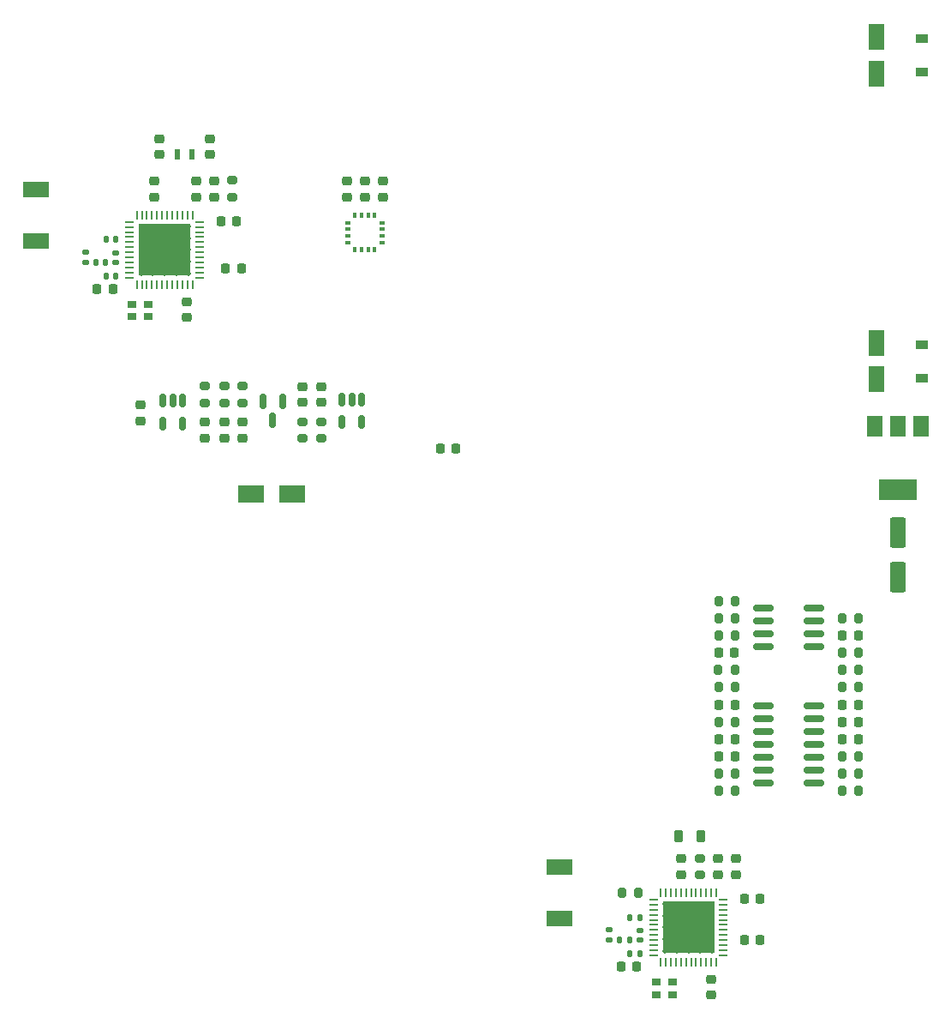
<source format=gbr>
%TF.GenerationSoftware,KiCad,Pcbnew,(6.0.1)*%
%TF.CreationDate,2022-03-12T16:38:08+00:00*%
%TF.ProjectId,Ball_Solder_Stencil,42616c6c-5f53-46f6-9c64-65725f537465,rev?*%
%TF.SameCoordinates,Original*%
%TF.FileFunction,Copper,L1,Top*%
%TF.FilePolarity,Positive*%
%FSLAX46Y46*%
G04 Gerber Fmt 4.6, Leading zero omitted, Abs format (unit mm)*
G04 Created by KiCad (PCBNEW (6.0.1)) date 2022-03-12 16:38:08*
%MOMM*%
%LPD*%
G01*
G04 APERTURE LIST*
G04 Aperture macros list*
%AMRoundRect*
0 Rectangle with rounded corners*
0 $1 Rounding radius*
0 $2 $3 $4 $5 $6 $7 $8 $9 X,Y pos of 4 corners*
0 Add a 4 corners polygon primitive as box body*
4,1,4,$2,$3,$4,$5,$6,$7,$8,$9,$2,$3,0*
0 Add four circle primitives for the rounded corners*
1,1,$1+$1,$2,$3*
1,1,$1+$1,$4,$5*
1,1,$1+$1,$6,$7*
1,1,$1+$1,$8,$9*
0 Add four rect primitives between the rounded corners*
20,1,$1+$1,$2,$3,$4,$5,0*
20,1,$1+$1,$4,$5,$6,$7,0*
20,1,$1+$1,$6,$7,$8,$9,0*
20,1,$1+$1,$8,$9,$2,$3,0*%
G04 Aperture macros list end*
%TA.AperFunction,SMDPad,CuDef*%
%ADD10R,2.600000X1.500000*%
%TD*%
%TA.AperFunction,SMDPad,CuDef*%
%ADD11RoundRect,0.250000X0.550000X-1.050000X0.550000X1.050000X-0.550000X1.050000X-0.550000X-1.050000X0*%
%TD*%
%TA.AperFunction,SMDPad,CuDef*%
%ADD12R,1.200000X0.900000*%
%TD*%
%TA.AperFunction,SMDPad,CuDef*%
%ADD13RoundRect,0.062500X-0.062500X0.375000X-0.062500X-0.375000X0.062500X-0.375000X0.062500X0.375000X0*%
%TD*%
%TA.AperFunction,SMDPad,CuDef*%
%ADD14RoundRect,0.062500X-0.375000X0.062500X-0.375000X-0.062500X0.375000X-0.062500X0.375000X0.062500X0*%
%TD*%
%TA.AperFunction,ComponentPad*%
%ADD15C,0.500000*%
%TD*%
%TA.AperFunction,SMDPad,CuDef*%
%ADD16R,5.150000X5.150000*%
%TD*%
%TA.AperFunction,SMDPad,CuDef*%
%ADD17RoundRect,0.225000X0.250000X-0.225000X0.250000X0.225000X-0.250000X0.225000X-0.250000X-0.225000X0*%
%TD*%
%TA.AperFunction,SMDPad,CuDef*%
%ADD18RoundRect,0.200000X0.275000X-0.200000X0.275000X0.200000X-0.275000X0.200000X-0.275000X-0.200000X0*%
%TD*%
%TA.AperFunction,SMDPad,CuDef*%
%ADD19RoundRect,0.225000X-0.225000X-0.250000X0.225000X-0.250000X0.225000X0.250000X-0.225000X0.250000X0*%
%TD*%
%TA.AperFunction,SMDPad,CuDef*%
%ADD20R,0.900000X0.800000*%
%TD*%
%TA.AperFunction,SMDPad,CuDef*%
%ADD21RoundRect,0.225000X-0.250000X0.225000X-0.250000X-0.225000X0.250000X-0.225000X0.250000X0.225000X0*%
%TD*%
%TA.AperFunction,SMDPad,CuDef*%
%ADD22RoundRect,0.140000X0.170000X-0.140000X0.170000X0.140000X-0.170000X0.140000X-0.170000X-0.140000X0*%
%TD*%
%TA.AperFunction,SMDPad,CuDef*%
%ADD23RoundRect,0.218750X-0.218750X-0.256250X0.218750X-0.256250X0.218750X0.256250X-0.218750X0.256250X0*%
%TD*%
%TA.AperFunction,SMDPad,CuDef*%
%ADD24RoundRect,0.150000X-0.150000X0.512500X-0.150000X-0.512500X0.150000X-0.512500X0.150000X0.512500X0*%
%TD*%
%TA.AperFunction,SMDPad,CuDef*%
%ADD25RoundRect,0.225000X0.225000X0.250000X-0.225000X0.250000X-0.225000X-0.250000X0.225000X-0.250000X0*%
%TD*%
%TA.AperFunction,SMDPad,CuDef*%
%ADD26RoundRect,0.200000X-0.275000X0.200000X-0.275000X-0.200000X0.275000X-0.200000X0.275000X0.200000X0*%
%TD*%
%TA.AperFunction,SMDPad,CuDef*%
%ADD27R,2.500000X1.800000*%
%TD*%
%TA.AperFunction,SMDPad,CuDef*%
%ADD28RoundRect,0.100000X-0.175000X-0.100000X0.175000X-0.100000X0.175000X0.100000X-0.175000X0.100000X0*%
%TD*%
%TA.AperFunction,SMDPad,CuDef*%
%ADD29RoundRect,0.100000X-0.100000X-0.175000X0.100000X-0.175000X0.100000X0.175000X-0.100000X0.175000X0*%
%TD*%
%TA.AperFunction,SMDPad,CuDef*%
%ADD30RoundRect,0.140000X0.140000X0.170000X-0.140000X0.170000X-0.140000X-0.170000X0.140000X-0.170000X0*%
%TD*%
%TA.AperFunction,SMDPad,CuDef*%
%ADD31RoundRect,0.150000X-0.150000X0.587500X-0.150000X-0.587500X0.150000X-0.587500X0.150000X0.587500X0*%
%TD*%
%TA.AperFunction,SMDPad,CuDef*%
%ADD32RoundRect,0.147500X0.147500X0.172500X-0.147500X0.172500X-0.147500X-0.172500X0.147500X-0.172500X0*%
%TD*%
%TA.AperFunction,SMDPad,CuDef*%
%ADD33R,0.600000X1.100000*%
%TD*%
%TA.AperFunction,SMDPad,CuDef*%
%ADD34RoundRect,0.200000X0.200000X0.275000X-0.200000X0.275000X-0.200000X-0.275000X0.200000X-0.275000X0*%
%TD*%
%TA.AperFunction,SMDPad,CuDef*%
%ADD35RoundRect,0.200000X-0.200000X-0.275000X0.200000X-0.275000X0.200000X0.275000X-0.200000X0.275000X0*%
%TD*%
%TA.AperFunction,SMDPad,CuDef*%
%ADD36RoundRect,0.250000X-0.550000X1.250000X-0.550000X-1.250000X0.550000X-1.250000X0.550000X1.250000X0*%
%TD*%
%TA.AperFunction,SMDPad,CuDef*%
%ADD37R,1.500000X2.000000*%
%TD*%
%TA.AperFunction,SMDPad,CuDef*%
%ADD38R,3.800000X2.000000*%
%TD*%
%TA.AperFunction,SMDPad,CuDef*%
%ADD39RoundRect,0.150000X-0.825000X-0.150000X0.825000X-0.150000X0.825000X0.150000X-0.825000X0.150000X0*%
%TD*%
%TA.AperFunction,SMDPad,CuDef*%
%ADD40RoundRect,0.218750X-0.218750X-0.381250X0.218750X-0.381250X0.218750X0.381250X-0.218750X0.381250X0*%
%TD*%
%TA.AperFunction,SMDPad,CuDef*%
%ADD41RoundRect,0.150000X0.825000X0.150000X-0.825000X0.150000X-0.825000X-0.150000X0.825000X-0.150000X0*%
%TD*%
G04 APERTURE END LIST*
D10*
%TO.P,AE1,1,A*%
%TO.N,N/C*%
X72100000Y-78850000D03*
%TO.P,AE1,2,Shield*%
X72100000Y-73750000D03*
%TD*%
D11*
%TO.P,C11,1*%
%TO.N,GND*%
X155200000Y-62300000D03*
%TO.P,C11,2*%
%TO.N,VEE*%
X155200000Y-58700000D03*
%TD*%
D12*
%TO.P,D2,1,K*%
%TO.N,N/C*%
X159700000Y-62150000D03*
%TO.P,D2,2,A*%
%TO.N,VEE*%
X159700000Y-58850000D03*
%TD*%
D13*
%TO.P,U1,1,VBAT*%
%TO.N,N/C*%
X87575000Y-76262500D03*
%TO.P,U1,2,PC14_OSC32_IN*%
X87075000Y-76262500D03*
%TO.P,U1,3,PC15_OSC32_OUT*%
X86575000Y-76262500D03*
%TO.P,U1,4,PH3_BOOT0*%
%TO.N,/BOOT0*%
X86075000Y-76262500D03*
%TO.P,U1,5,PB8*%
%TO.N,N/C*%
X85575000Y-76262500D03*
%TO.P,U1,6,PB9*%
X85075000Y-76262500D03*
%TO.P,U1,7,NRST*%
%TO.N,/RESET*%
X84575000Y-76262500D03*
%TO.P,U1,8,VDDA*%
%TO.N,N/C*%
X84075000Y-76262500D03*
%TO.P,U1,9,PA0*%
X83575000Y-76262500D03*
%TO.P,U1,10,PA1*%
X83075000Y-76262500D03*
%TO.P,U1,11,PA2*%
X82575000Y-76262500D03*
%TO.P,U1,12,PA3*%
%TO.N,/LED_BLUE_OUT*%
X82075000Y-76262500D03*
D14*
%TO.P,U1,13,PA4*%
%TO.N,/CONNECT*%
X81387500Y-76950000D03*
%TO.P,U1,14,PA5*%
%TO.N,unconnected-(U1-Pad14)*%
X81387500Y-77450000D03*
%TO.P,U1,15,PA6*%
%TO.N,unconnected-(U1-Pad15)*%
X81387500Y-77950000D03*
%TO.P,U1,16,PA7*%
%TO.N,unconnected-(U1-Pad16)*%
X81387500Y-78450000D03*
%TO.P,U1,17,PA8*%
%TO.N,unconnected-(U1-Pad17)*%
X81387500Y-78950000D03*
%TO.P,U1,18,PA9*%
%TO.N,unconnected-(U1-Pad18)*%
X81387500Y-79450000D03*
%TO.P,U1,19,PB2*%
%TO.N,unconnected-(U1-Pad19)*%
X81387500Y-79950000D03*
%TO.P,U1,20,VDD*%
%TO.N,N/C*%
X81387500Y-80450000D03*
%TO.P,U1,21,RF1*%
%TO.N,/RF_Output*%
X81387500Y-80950000D03*
%TO.P,U1,22,VSSRF*%
%TO.N,GND*%
X81387500Y-81450000D03*
%TO.P,U1,23,VDDRF*%
%TO.N,N/C*%
X81387500Y-81950000D03*
%TO.P,U1,24,OSC_OUT*%
%TO.N,Net-(U1-Pad24)*%
X81387500Y-82450000D03*
D13*
%TO.P,U1,25,OSC_IN*%
%TO.N,Net-(U1-Pad25)*%
X82075000Y-83137500D03*
%TO.P,U1,26,AT0*%
%TO.N,unconnected-(U1-Pad26)*%
X82575000Y-83137500D03*
%TO.P,U1,27,AT1*%
%TO.N,unconnected-(U1-Pad27)*%
X83075000Y-83137500D03*
%TO.P,U1,28,PB0*%
%TO.N,unconnected-(U1-Pad28)*%
X83575000Y-83137500D03*
%TO.P,U1,29,PB1*%
%TO.N,unconnected-(U1-Pad29)*%
X84075000Y-83137500D03*
%TO.P,U1,30,PE4*%
%TO.N,unconnected-(U1-Pad30)*%
X84575000Y-83137500D03*
%TO.P,U1,31,VFBSMPS*%
%TO.N,N/C*%
X85075000Y-83137500D03*
%TO.P,U1,32,VSSSMPS*%
%TO.N,GND*%
X85575000Y-83137500D03*
%TO.P,U1,33,VLXSMPS*%
%TO.N,N/C*%
X86075000Y-83137500D03*
%TO.P,U1,34,VDDSMPS*%
X86575000Y-83137500D03*
%TO.P,U1,35,VDD*%
X87075000Y-83137500D03*
%TO.P,U1,36,PA10*%
X87575000Y-83137500D03*
D14*
%TO.P,U1,37,PA11*%
%TO.N,/USB_DM*%
X88262500Y-82450000D03*
%TO.P,U1,38,PA12*%
%TO.N,/USB_DP*%
X88262500Y-81950000D03*
%TO.P,U1,39,PA13*%
%TO.N,/SWIO*%
X88262500Y-81450000D03*
%TO.P,U1,40,VDDUSB*%
%TO.N,N/C*%
X88262500Y-80950000D03*
%TO.P,U1,41,PA14*%
%TO.N,/SWCLK*%
X88262500Y-80450000D03*
%TO.P,U1,42,PA15*%
%TO.N,N/C*%
X88262500Y-79950000D03*
%TO.P,U1,43,PB3*%
X88262500Y-79450000D03*
%TO.P,U1,44,PB4*%
X88262500Y-78950000D03*
%TO.P,U1,45,PB5*%
X88262500Y-78450000D03*
%TO.P,U1,46,PB6*%
%TO.N,unconnected-(U1-Pad46)*%
X88262500Y-77950000D03*
%TO.P,U1,47,PB7*%
%TO.N,unconnected-(U1-Pad47)*%
X88262500Y-77450000D03*
%TO.P,U1,48,VDD*%
%TO.N,N/C*%
X88262500Y-76950000D03*
D15*
%TO.P,U1,49,GND*%
%TO.N,GND*%
X87150000Y-78537500D03*
X82500000Y-78537500D03*
X82500000Y-80862500D03*
X83662500Y-78537500D03*
X87150000Y-77375000D03*
X83662500Y-80862500D03*
X84825000Y-80862500D03*
X83662500Y-79700000D03*
X85987500Y-79700000D03*
X87150000Y-79700000D03*
X85987500Y-80862500D03*
X84825000Y-78537500D03*
X83662500Y-77375000D03*
X84825000Y-82025000D03*
X82500000Y-82025000D03*
X85987500Y-82025000D03*
X82500000Y-79700000D03*
X84825000Y-79700000D03*
X87150000Y-80862500D03*
X84825000Y-77375000D03*
X83662500Y-82025000D03*
D16*
X84825000Y-79700000D03*
D15*
X85987500Y-78537500D03*
X85987500Y-77375000D03*
X87150000Y-82025000D03*
X82500000Y-77375000D03*
%TD*%
D17*
%TO.P,C10,1*%
%TO.N,N/C*%
X104625000Y-74475000D03*
%TO.P,C10,2*%
%TO.N,GND*%
X104625000Y-72925000D03*
%TD*%
D18*
%TO.P,R6,1*%
%TO.N,GND*%
X100325000Y-98325000D03*
%TO.P,R6,2*%
%TO.N,N/C*%
X100325000Y-96675000D03*
%TD*%
D19*
%TO.P,C7,1*%
%TO.N,N/C*%
X90868750Y-81581250D03*
%TO.P,C7,2*%
%TO.N,GND*%
X92418750Y-81581250D03*
%TD*%
D20*
%TO.P,Y1,1,1*%
%TO.N,Net-(U1-Pad24)*%
X81600000Y-86325000D03*
%TO.P,Y1,2,2*%
%TO.N,GND*%
X83250000Y-86325000D03*
%TO.P,Y1,3,3*%
%TO.N,Net-(U1-Pad25)*%
X83250000Y-85075000D03*
%TO.P,Y1,4,4*%
%TO.N,GND*%
X81600000Y-85075000D03*
%TD*%
D17*
%TO.P,C3,1*%
%TO.N,N/C*%
X87925000Y-74475000D03*
%TO.P,C3,2*%
%TO.N,GND*%
X87925000Y-72925000D03*
%TD*%
D21*
%TO.P,C13,1*%
%TO.N,GND*%
X84325000Y-68725000D03*
%TO.P,C13,2*%
%TO.N,N/C*%
X84325000Y-70275000D03*
%TD*%
D19*
%TO.P,C6,1*%
%TO.N,N/C*%
X90368750Y-76900000D03*
%TO.P,C6,2*%
%TO.N,GND*%
X91918750Y-76900000D03*
%TD*%
D22*
%TO.P,C15,1*%
%TO.N,/RF_Output*%
X80025000Y-80950000D03*
%TO.P,C15,2*%
%TO.N,GND*%
X80025000Y-79990000D03*
%TD*%
D23*
%TO.P,D3,1,K*%
%TO.N,N/C*%
X112037500Y-99300000D03*
%TO.P,D3,2,A*%
X113612500Y-99300000D03*
%TD*%
D18*
%TO.P,R4,1*%
%TO.N,VCC*%
X92525000Y-94825000D03*
%TO.P,R4,2*%
%TO.N,N/C*%
X92525000Y-93175000D03*
%TD*%
D17*
%TO.P,C17,1*%
%TO.N,N/C*%
X100325000Y-94775000D03*
%TO.P,C17,2*%
%TO.N,GND*%
X100325000Y-93225000D03*
%TD*%
D21*
%TO.P,C5,1*%
%TO.N,N/C*%
X87025000Y-84825000D03*
%TO.P,C5,2*%
%TO.N,GND*%
X87025000Y-86375000D03*
%TD*%
D17*
%TO.P,C2,1*%
%TO.N,N/C*%
X89725000Y-74475000D03*
%TO.P,C2,2*%
%TO.N,GND*%
X89725000Y-72925000D03*
%TD*%
D21*
%TO.P,C1,1*%
%TO.N,GND*%
X83825000Y-72925000D03*
%TO.P,C1,2*%
%TO.N,N/C*%
X83825000Y-74475000D03*
%TD*%
D18*
%TO.P,R3,1*%
%TO.N,N/C*%
X98425000Y-98325000D03*
%TO.P,R3,2*%
X98425000Y-96675000D03*
%TD*%
D24*
%TO.P,U3,1,STAT*%
%TO.N,N/C*%
X104275000Y-94462500D03*
%TO.P,U3,2,VSS*%
%TO.N,GND*%
X103325000Y-94462500D03*
%TO.P,U3,3,VBAT*%
%TO.N,N/C*%
X102375000Y-94462500D03*
%TO.P,U3,4,VDD*%
X102375000Y-96737500D03*
%TO.P,U3,5,PROG*%
X104275000Y-96737500D03*
%TD*%
D21*
%TO.P,C12,1*%
%TO.N,GND*%
X89325000Y-68725000D03*
%TO.P,C12,2*%
%TO.N,N/C*%
X89325000Y-70275000D03*
%TD*%
D25*
%TO.P,C8,1*%
%TO.N,N/C*%
X79700000Y-83600000D03*
%TO.P,C8,2*%
%TO.N,GND*%
X78150000Y-83600000D03*
%TD*%
D26*
%TO.P,R5,1*%
%TO.N,N/C*%
X90725000Y-93175000D03*
%TO.P,R5,2*%
X90725000Y-94825000D03*
%TD*%
D22*
%TO.P,C16,1*%
%TO.N,Net-(AE1-Pad1)*%
X77025000Y-80920000D03*
%TO.P,C16,2*%
%TO.N,GND*%
X77025000Y-79960000D03*
%TD*%
D21*
%TO.P,C18,1*%
%TO.N,N/C*%
X98425000Y-93225000D03*
%TO.P,C18,2*%
%TO.N,GND*%
X98425000Y-94775000D03*
%TD*%
D27*
%TO.P,D2,1,K*%
%TO.N,VCC*%
X93400000Y-103787500D03*
%TO.P,D2,2,A*%
%TO.N,N/C*%
X97400000Y-103787500D03*
%TD*%
D18*
%TO.P,R7,1*%
%TO.N,N/C*%
X88825000Y-94825000D03*
%TO.P,R7,2*%
%TO.N,GND*%
X88825000Y-93175000D03*
%TD*%
D17*
%TO.P,C14,1*%
%TO.N,N/C*%
X106425000Y-74475000D03*
%TO.P,C14,2*%
%TO.N,GND*%
X106425000Y-72925000D03*
%TD*%
D28*
%TO.P,U2,1,VDDIO*%
%TO.N,N/C*%
X102925000Y-77025000D03*
%TO.P,U2,2,SCL/SPC*%
X102925000Y-77675000D03*
%TO.P,U2,3,SDA/SDI/SDO*%
X102925000Y-78325000D03*
%TO.P,U2,4,SDO/SA0*%
X102925000Y-78975000D03*
D29*
%TO.P,U2,5,CS*%
X103650000Y-79700000D03*
%TO.P,U2,6,DRDY/INT2*%
X104300000Y-79700000D03*
%TO.P,U2,7,INT1*%
X104950000Y-79700000D03*
%TO.P,U2,8,RES(GND)*%
%TO.N,GND*%
X105600000Y-79700000D03*
D28*
%TO.P,U2,9,RES(GND)*%
X106325000Y-78975000D03*
%TO.P,U2,10,RES(GND)*%
X106325000Y-78325000D03*
%TO.P,U2,11,RES(GND)*%
X106325000Y-77675000D03*
%TO.P,U2,12,RES(GND)*%
X106325000Y-77025000D03*
D29*
%TO.P,U2,13,GND*%
X105600000Y-76300000D03*
%TO.P,U2,14,RES(CAP)*%
%TO.N,N/C*%
X104950000Y-76300000D03*
%TO.P,U2,15,RES(VDD)*%
X104300000Y-76300000D03*
%TO.P,U2,16,VDD*%
X103650000Y-76300000D03*
%TD*%
D30*
%TO.P,C4,1*%
%TO.N,N/C*%
X80005000Y-78700000D03*
%TO.P,C4,2*%
%TO.N,GND*%
X79045000Y-78700000D03*
%TD*%
D21*
%TO.P,C19,1*%
%TO.N,VCC*%
X92525000Y-96725000D03*
%TO.P,C19,2*%
%TO.N,GND*%
X92525000Y-98275000D03*
%TD*%
D17*
%TO.P,C21,1*%
%TO.N,N/C*%
X82425000Y-96575000D03*
%TO.P,C21,2*%
%TO.N,GND*%
X82425000Y-95025000D03*
%TD*%
%TO.P,C11,1*%
%TO.N,N/C*%
X102825000Y-74475000D03*
%TO.P,C11,2*%
%TO.N,GND*%
X102825000Y-72925000D03*
%TD*%
D31*
%TO.P,Q1,1,G*%
%TO.N,N/C*%
X96475000Y-94662500D03*
%TO.P,Q1,2,S*%
X94575000Y-94662500D03*
%TO.P,Q1,3,D*%
%TO.N,VCC*%
X95525000Y-96537500D03*
%TD*%
D21*
%TO.P,C20,1*%
%TO.N,VCC*%
X90725000Y-96725000D03*
%TO.P,C20,2*%
%TO.N,GND*%
X90725000Y-98275000D03*
%TD*%
D24*
%TO.P,U4,1,VIN*%
%TO.N,VCC*%
X86575000Y-94562500D03*
%TO.P,U4,2,GND*%
%TO.N,GND*%
X85625000Y-94562500D03*
%TO.P,U4,3,INH*%
%TO.N,N/C*%
X84675000Y-94562500D03*
%TO.P,U4,4,BYP*%
X84675000Y-96837500D03*
%TO.P,U4,5,VOUT*%
X86575000Y-96837500D03*
%TD*%
D32*
%TO.P,L1,1*%
%TO.N,/RF_Output*%
X79010000Y-80950000D03*
%TO.P,L1,2*%
%TO.N,Net-(AE1-Pad1)*%
X78040000Y-80950000D03*
%TD*%
D18*
%TO.P,R2,1*%
%TO.N,GND*%
X91543750Y-74506250D03*
%TO.P,R2,2*%
%TO.N,/BOOT0*%
X91543750Y-72856250D03*
%TD*%
D33*
%TO.P,Y2,1,1*%
%TO.N,N/C*%
X87525000Y-70300000D03*
%TO.P,Y2,2,2*%
X86125000Y-70300000D03*
%TD*%
D30*
%TO.P,C9,1*%
%TO.N,N/C*%
X80005000Y-82300000D03*
%TO.P,C9,2*%
%TO.N,GND*%
X79045000Y-82300000D03*
%TD*%
D17*
%TO.P,C22,1*%
%TO.N,N/C*%
X88825000Y-98275000D03*
%TO.P,C22,2*%
%TO.N,GND*%
X88825000Y-96725000D03*
%TD*%
D34*
%TO.P,R5,1*%
%TO.N,GND*%
X153425000Y-131400000D03*
%TO.P,R5,2*%
%TO.N,Net-(R4-Pad1)*%
X151775000Y-131400000D03*
%TD*%
D25*
%TO.P,C8,1*%
%TO.N,+3V3*%
X131475000Y-150500000D03*
%TO.P,C8,2*%
%TO.N,GND*%
X129925000Y-150500000D03*
%TD*%
D35*
%TO.P,R2,1*%
%TO.N,/Y_PWM*%
X139575000Y-131400000D03*
%TO.P,R2,2*%
%TO.N,Net-(C17-Pad2)*%
X141225000Y-131400000D03*
%TD*%
D20*
%TO.P,Y1,1,1*%
%TO.N,Net-(U1-Pad24)*%
X133375000Y-153225000D03*
%TO.P,Y1,2,2*%
%TO.N,GND*%
X135025000Y-153225000D03*
%TO.P,Y1,3,3*%
%TO.N,Net-(U1-Pad25)*%
X135025000Y-151975000D03*
%TO.P,Y1,4,4*%
%TO.N,GND*%
X133375000Y-151975000D03*
%TD*%
D17*
%TO.P,C2,1*%
%TO.N,+3V3*%
X139500000Y-141375000D03*
%TO.P,C2,2*%
%TO.N,GND*%
X139500000Y-139825000D03*
%TD*%
D21*
%TO.P,C7,1*%
%TO.N,GND*%
X135900000Y-139825000D03*
%TO.P,C7,2*%
%TO.N,+3.3VA*%
X135900000Y-141375000D03*
%TD*%
%TO.P,C4,1*%
%TO.N,+3V3*%
X138800000Y-151725000D03*
%TO.P,C4,2*%
%TO.N,GND*%
X138800000Y-153275000D03*
%TD*%
D34*
%TO.P,R4,1*%
%TO.N,Net-(R4-Pad1)*%
X153425000Y-133100000D03*
%TO.P,R4,2*%
%TO.N,/Y_Filtered*%
X151775000Y-133100000D03*
%TD*%
D35*
%TO.P,R12,1*%
%TO.N,Net-(R12-Pad1)*%
X139575000Y-116100000D03*
%TO.P,R12,2*%
%TO.N,/Z_Filtered*%
X141225000Y-116100000D03*
%TD*%
D12*
%TO.P,D1,1,K*%
%TO.N,VCC*%
X159700000Y-92337500D03*
%TO.P,D1,2,A*%
%TO.N,+12V*%
X159700000Y-89037500D03*
%TD*%
D19*
%TO.P,C6,1*%
%TO.N,+3V3*%
X142125000Y-147800000D03*
%TO.P,C6,2*%
%TO.N,GND*%
X143675000Y-147800000D03*
%TD*%
D35*
%TO.P,R16,1*%
%TO.N,GND*%
X139575000Y-114400000D03*
%TO.P,R16,2*%
%TO.N,Net-(D6-Pad1)*%
X141225000Y-114400000D03*
%TD*%
D17*
%TO.P,C1,1*%
%TO.N,+3V3*%
X141300000Y-141375000D03*
%TO.P,C1,2*%
%TO.N,GND*%
X141300000Y-139825000D03*
%TD*%
D36*
%TO.P,C14,1*%
%TO.N,+3V3*%
X157300000Y-107650000D03*
%TO.P,C14,2*%
%TO.N,GND*%
X157300000Y-112050000D03*
%TD*%
D22*
%TO.P,C12,1*%
%TO.N,/RF_Output*%
X131800000Y-147850000D03*
%TO.P,C12,2*%
%TO.N,GND*%
X131800000Y-146890000D03*
%TD*%
D19*
%TO.P,C21,1*%
%TO.N,/Z_Filtered*%
X139600000Y-119500000D03*
%TO.P,C21,2*%
%TO.N,Net-(C21-Pad2)*%
X141150000Y-119500000D03*
%TD*%
%TO.P,C5,1*%
%TO.N,+3V3*%
X142143750Y-143800000D03*
%TO.P,C5,2*%
%TO.N,GND*%
X143693750Y-143800000D03*
%TD*%
D35*
%TO.P,R17,1*%
%TO.N,GND*%
X130013750Y-143210000D03*
%TO.P,R17,2*%
%TO.N,Net-(D3-Pad1)*%
X131663750Y-143210000D03*
%TD*%
%TO.P,R6,1*%
%TO.N,/X_PWM*%
X139575000Y-133100000D03*
%TO.P,R6,2*%
%TO.N,Net-(C19-Pad2)*%
X141225000Y-133100000D03*
%TD*%
D34*
%TO.P,R3,1*%
%TO.N,Net-(C17-Pad2)*%
X153425000Y-129700000D03*
%TO.P,R3,2*%
%TO.N,Net-(C18-Pad2)*%
X151775000Y-129700000D03*
%TD*%
%TO.P,R15,1*%
%TO.N,GND*%
X141225000Y-126300000D03*
%TO.P,R15,2*%
%TO.N,Net-(D5-Pad1)*%
X139575000Y-126300000D03*
%TD*%
D13*
%TO.P,U1,1,VBAT*%
%TO.N,+3V3*%
X139350000Y-143162500D03*
%TO.P,U1,2,PC14_OSC32_IN*%
%TO.N,unconnected-(U1-Pad2)*%
X138850000Y-143162500D03*
%TO.P,U1,3,PC15_OSC32_OUT*%
%TO.N,unconnected-(U1-Pad3)*%
X138350000Y-143162500D03*
%TO.P,U1,4,PH3_BOOT0*%
%TO.N,/BOOT0*%
X137850000Y-143162500D03*
%TO.P,U1,5,PB8*%
%TO.N,unconnected-(U1-Pad5)*%
X137350000Y-143162500D03*
%TO.P,U1,6,PB9*%
%TO.N,unconnected-(U1-Pad6)*%
X136850000Y-143162500D03*
%TO.P,U1,7,NRST*%
%TO.N,/RESET*%
X136350000Y-143162500D03*
%TO.P,U1,8,VDDA*%
%TO.N,+3.3VA*%
X135850000Y-143162500D03*
%TO.P,U1,9,PA0*%
%TO.N,/X_PWM*%
X135350000Y-143162500D03*
%TO.P,U1,10,PA1*%
%TO.N,/Y_PWM*%
X134850000Y-143162500D03*
%TO.P,U1,11,PA2*%
%TO.N,/Z_PWM*%
X134350000Y-143162500D03*
%TO.P,U1,12,PA3*%
%TO.N,/LED_BLUE_OUT*%
X133850000Y-143162500D03*
D14*
%TO.P,U1,13,PA4*%
%TO.N,/CONNECT*%
X133162500Y-143850000D03*
%TO.P,U1,14,PA5*%
%TO.N,unconnected-(U1-Pad14)*%
X133162500Y-144350000D03*
%TO.P,U1,15,PA6*%
%TO.N,unconnected-(U1-Pad15)*%
X133162500Y-144850000D03*
%TO.P,U1,16,PA7*%
%TO.N,unconnected-(U1-Pad16)*%
X133162500Y-145350000D03*
%TO.P,U1,17,PA8*%
%TO.N,unconnected-(U1-Pad17)*%
X133162500Y-145850000D03*
%TO.P,U1,18,PA9*%
%TO.N,unconnected-(U1-Pad18)*%
X133162500Y-146350000D03*
%TO.P,U1,19,PB2*%
%TO.N,unconnected-(U1-Pad19)*%
X133162500Y-146850000D03*
%TO.P,U1,20,VDD*%
%TO.N,+3V3*%
X133162500Y-147350000D03*
%TO.P,U1,21,RF1*%
%TO.N,/RF_Output*%
X133162500Y-147850000D03*
%TO.P,U1,22,VSSRF*%
%TO.N,GND*%
X133162500Y-148350000D03*
%TO.P,U1,23,VDDRF*%
%TO.N,+3V3*%
X133162500Y-148850000D03*
%TO.P,U1,24,OSC_OUT*%
%TO.N,Net-(U1-Pad24)*%
X133162500Y-149350000D03*
D13*
%TO.P,U1,25,OSC_IN*%
%TO.N,Net-(U1-Pad25)*%
X133850000Y-150037500D03*
%TO.P,U1,26,AT0*%
%TO.N,unconnected-(U1-Pad26)*%
X134350000Y-150037500D03*
%TO.P,U1,27,AT1*%
%TO.N,unconnected-(U1-Pad27)*%
X134850000Y-150037500D03*
%TO.P,U1,28,PB0*%
%TO.N,unconnected-(U1-Pad28)*%
X135350000Y-150037500D03*
%TO.P,U1,29,PB1*%
%TO.N,unconnected-(U1-Pad29)*%
X135850000Y-150037500D03*
%TO.P,U1,30,PE4*%
%TO.N,unconnected-(U1-Pad30)*%
X136350000Y-150037500D03*
%TO.P,U1,31,VFBSMPS*%
%TO.N,+3V3*%
X136850000Y-150037500D03*
%TO.P,U1,32,VSSSMPS*%
%TO.N,GND*%
X137350000Y-150037500D03*
%TO.P,U1,33,VLXSMPS*%
%TO.N,+3V3*%
X137850000Y-150037500D03*
%TO.P,U1,34,VDDSMPS*%
X138350000Y-150037500D03*
%TO.P,U1,35,VDD*%
X138850000Y-150037500D03*
%TO.P,U1,36,PA10*%
%TO.N,unconnected-(U1-Pad36)*%
X139350000Y-150037500D03*
D14*
%TO.P,U1,37,PA11*%
%TO.N,/USB_DM*%
X140037500Y-149350000D03*
%TO.P,U1,38,PA12*%
%TO.N,/USB_DP*%
X140037500Y-148850000D03*
%TO.P,U1,39,PA13*%
%TO.N,/SWIO*%
X140037500Y-148350000D03*
%TO.P,U1,40,VDDUSB*%
%TO.N,+3V3*%
X140037500Y-147850000D03*
%TO.P,U1,41,PA14*%
%TO.N,/SWCLK*%
X140037500Y-147350000D03*
%TO.P,U1,42,PA15*%
%TO.N,unconnected-(U1-Pad42)*%
X140037500Y-146850000D03*
%TO.P,U1,43,PB3*%
%TO.N,unconnected-(U1-Pad43)*%
X140037500Y-146350000D03*
%TO.P,U1,44,PB4*%
%TO.N,unconnected-(U1-Pad44)*%
X140037500Y-145850000D03*
%TO.P,U1,45,PB5*%
%TO.N,unconnected-(U1-Pad45)*%
X140037500Y-145350000D03*
%TO.P,U1,46,PB6*%
%TO.N,unconnected-(U1-Pad46)*%
X140037500Y-144850000D03*
%TO.P,U1,47,PB7*%
%TO.N,unconnected-(U1-Pad47)*%
X140037500Y-144350000D03*
%TO.P,U1,48,VDD*%
%TO.N,+3V3*%
X140037500Y-143850000D03*
D15*
%TO.P,U1,49,GND*%
%TO.N,GND*%
X138925000Y-145437500D03*
X134275000Y-145437500D03*
X134275000Y-147762500D03*
X135437500Y-145437500D03*
X138925000Y-144275000D03*
X135437500Y-147762500D03*
X136600000Y-147762500D03*
X135437500Y-146600000D03*
X137762500Y-146600000D03*
X138925000Y-146600000D03*
X137762500Y-147762500D03*
X136600000Y-145437500D03*
X135437500Y-144275000D03*
X136600000Y-148925000D03*
X134275000Y-148925000D03*
X137762500Y-148925000D03*
X134275000Y-146600000D03*
X136600000Y-146600000D03*
X138925000Y-147762500D03*
X136600000Y-144275000D03*
X135437500Y-148925000D03*
D16*
X136600000Y-146600000D03*
D15*
X137762500Y-145437500D03*
X137762500Y-144275000D03*
X138925000Y-148925000D03*
X134275000Y-144275000D03*
%TD*%
D34*
%TO.P,R14,1*%
%TO.N,GND*%
X153425000Y-116100000D03*
%TO.P,R14,2*%
%TO.N,Net-(D4-Pad1)*%
X151775000Y-116100000D03*
%TD*%
D19*
%TO.P,C19,1*%
%TO.N,/X_Filtered*%
X151825000Y-117800000D03*
%TO.P,C19,2*%
%TO.N,Net-(C19-Pad2)*%
X153375000Y-117800000D03*
%TD*%
D37*
%TO.P,U2,1,GND*%
%TO.N,GND*%
X159600000Y-97100000D03*
D38*
%TO.P,U2,2,VO*%
%TO.N,+3V3*%
X157300000Y-103400000D03*
D37*
X157300000Y-97100000D03*
%TO.P,U2,3,VI*%
%TO.N,VCC*%
X155000000Y-97100000D03*
%TD*%
D35*
%TO.P,R10,1*%
%TO.N,/Z_PWM*%
X139550000Y-121200000D03*
%TO.P,R10,2*%
%TO.N,Net-(C21-Pad2)*%
X141200000Y-121200000D03*
%TD*%
D19*
%TO.P,C22,1*%
%TO.N,GND*%
X139625000Y-124600000D03*
%TO.P,C22,2*%
%TO.N,Net-(C22-Pad2)*%
X141175000Y-124600000D03*
%TD*%
D26*
%TO.P,R1,1*%
%TO.N,GND*%
X137700000Y-139775000D03*
%TO.P,R1,2*%
%TO.N,/BOOT0*%
X137700000Y-141425000D03*
%TD*%
D25*
%TO.P,C20,1*%
%TO.N,GND*%
X153375000Y-124600000D03*
%TO.P,C20,2*%
%TO.N,Net-(C20-Pad2)*%
X151825000Y-124600000D03*
%TD*%
D34*
%TO.P,R9,1*%
%TO.N,GND*%
X153425000Y-121200000D03*
%TO.P,R9,2*%
%TO.N,Net-(R8-Pad1)*%
X151775000Y-121200000D03*
%TD*%
D32*
%TO.P,L1,1*%
%TO.N,/RF_Output*%
X130785000Y-147850000D03*
%TO.P,L1,2*%
%TO.N,Net-(AE1-Pad1)*%
X129815000Y-147850000D03*
%TD*%
D30*
%TO.P,C9,1*%
%TO.N,+3V3*%
X131780000Y-149200000D03*
%TO.P,C9,2*%
%TO.N,GND*%
X130820000Y-149200000D03*
%TD*%
D39*
%TO.P,U4,1*%
%TO.N,Net-(D6-Pad2)*%
X144025000Y-115095000D03*
%TO.P,U4,2,-*%
%TO.N,Net-(D6-Pad1)*%
X144025000Y-116365000D03*
%TO.P,U4,3,+*%
%TO.N,/Z_Filtered*%
X144025000Y-117635000D03*
%TO.P,U4,4,V-*%
%TO.N,VEE*%
X144025000Y-118905000D03*
%TO.P,U4,5,+*%
%TO.N,/X_Filtered*%
X148975000Y-118905000D03*
%TO.P,U4,6,-*%
%TO.N,Net-(D4-Pad1)*%
X148975000Y-117635000D03*
%TO.P,U4,7*%
%TO.N,Net-(D4-Pad2)*%
X148975000Y-116365000D03*
%TO.P,U4,8,V+*%
%TO.N,VCC*%
X148975000Y-115095000D03*
%TD*%
D35*
%TO.P,R11,1*%
%TO.N,Net-(C21-Pad2)*%
X139575000Y-122900000D03*
%TO.P,R11,2*%
%TO.N,Net-(C22-Pad2)*%
X141225000Y-122900000D03*
%TD*%
D11*
%TO.P,C10,1*%
%TO.N,VCC*%
X155200000Y-92487500D03*
%TO.P,C10,2*%
%TO.N,GND*%
X155200000Y-88887500D03*
%TD*%
D25*
%TO.P,C17,1*%
%TO.N,/Y_Filtered*%
X141175000Y-129700000D03*
%TO.P,C17,2*%
%TO.N,Net-(C17-Pad2)*%
X139625000Y-129700000D03*
%TD*%
D19*
%TO.P,C15,1*%
%TO.N,GND*%
X139625000Y-128000000D03*
%TO.P,C15,2*%
%TO.N,VEE*%
X141175000Y-128000000D03*
%TD*%
D40*
%TO.P,L2,1,1*%
%TO.N,+3.3VA*%
X135656250Y-137600000D03*
%TO.P,L2,2,2*%
%TO.N,+3V3*%
X137781250Y-137600000D03*
%TD*%
D34*
%TO.P,R8,1*%
%TO.N,Net-(R8-Pad1)*%
X153425000Y-119500000D03*
%TO.P,R8,2*%
%TO.N,/X_Filtered*%
X151775000Y-119500000D03*
%TD*%
D30*
%TO.P,C3,1*%
%TO.N,+3V3*%
X131780000Y-145600000D03*
%TO.P,C3,2*%
%TO.N,GND*%
X130820000Y-145600000D03*
%TD*%
D22*
%TO.P,C13,1*%
%TO.N,Net-(AE1-Pad1)*%
X128800000Y-147820000D03*
%TO.P,C13,2*%
%TO.N,GND*%
X128800000Y-146860000D03*
%TD*%
D25*
%TO.P,C16,1*%
%TO.N,GND*%
X153375000Y-128000000D03*
%TO.P,C16,2*%
%TO.N,VCC*%
X151825000Y-128000000D03*
%TD*%
D35*
%TO.P,R13,1*%
%TO.N,GND*%
X139575000Y-117800000D03*
%TO.P,R13,2*%
%TO.N,Net-(R12-Pad1)*%
X141225000Y-117800000D03*
%TD*%
D41*
%TO.P,U3,1*%
%TO.N,/Y_Filtered*%
X148975000Y-132310000D03*
%TO.P,U3,2,-*%
%TO.N,Net-(R4-Pad1)*%
X148975000Y-131040000D03*
%TO.P,U3,3,+*%
%TO.N,Net-(C18-Pad2)*%
X148975000Y-129770000D03*
%TO.P,U3,4,V+*%
%TO.N,VCC*%
X148975000Y-128500000D03*
%TO.P,U3,5,+*%
%TO.N,Net-(C20-Pad2)*%
X148975000Y-127230000D03*
%TO.P,U3,6,-*%
%TO.N,Net-(R8-Pad1)*%
X148975000Y-125960000D03*
%TO.P,U3,7*%
%TO.N,/X_Filtered*%
X148975000Y-124690000D03*
%TO.P,U3,8*%
%TO.N,/Z_Filtered*%
X144025000Y-124690000D03*
%TO.P,U3,9,-*%
%TO.N,Net-(R12-Pad1)*%
X144025000Y-125960000D03*
%TO.P,U3,10,+*%
%TO.N,Net-(C22-Pad2)*%
X144025000Y-127230000D03*
%TO.P,U3,11,V-*%
%TO.N,VEE*%
X144025000Y-128500000D03*
%TO.P,U3,12,+*%
%TO.N,/Y_Filtered*%
X144025000Y-129770000D03*
%TO.P,U3,13,-*%
%TO.N,Net-(D5-Pad1)*%
X144025000Y-131040000D03*
%TO.P,U3,14*%
%TO.N,Net-(D5-Pad2)*%
X144025000Y-132310000D03*
%TD*%
D10*
%TO.P,AE1,1,A*%
%TO.N,Net-(AE1-Pad1)*%
X123875000Y-145750000D03*
%TO.P,AE1,2,Shield*%
%TO.N,unconnected-(AE1-Pad2)*%
X123875000Y-140650000D03*
%TD*%
D34*
%TO.P,R7,1*%
%TO.N,Net-(C19-Pad2)*%
X153425000Y-122900000D03*
%TO.P,R7,2*%
%TO.N,Net-(C20-Pad2)*%
X151775000Y-122900000D03*
%TD*%
D25*
%TO.P,C18,1*%
%TO.N,GND*%
X153375000Y-126300000D03*
%TO.P,C18,2*%
%TO.N,Net-(C18-Pad2)*%
X151825000Y-126300000D03*
%TD*%
M02*

</source>
